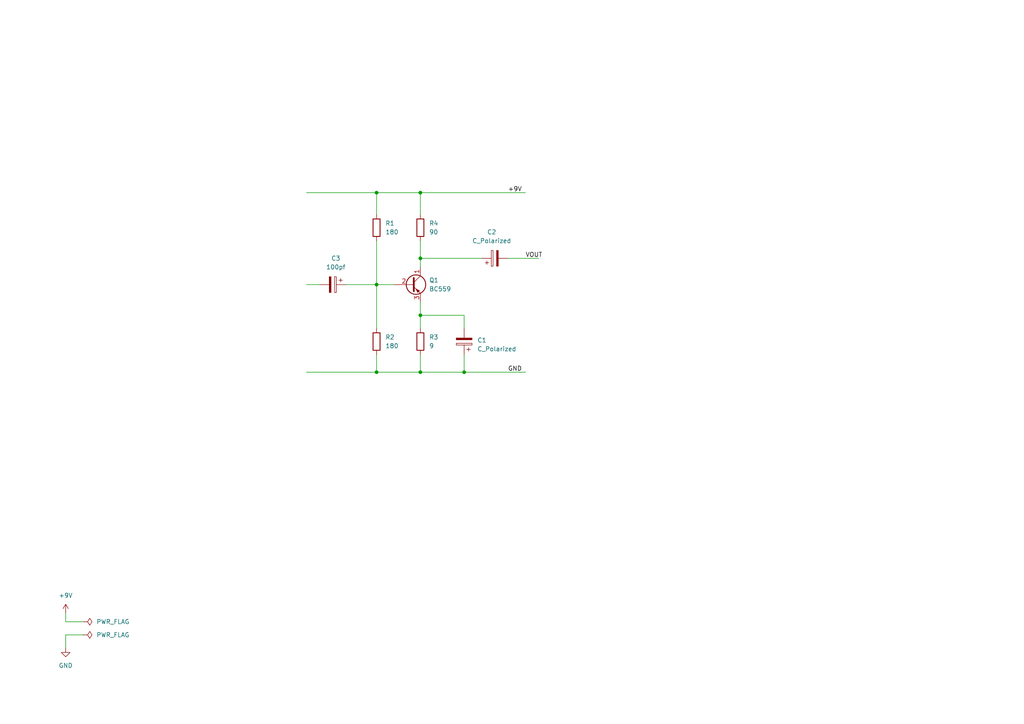
<source format=kicad_sch>
(kicad_sch (version 20231120) (generator "eeschema") (generator_version "8.0")
  (paper "A4")
  (title_block (title "Simple Amplifier") (comment 3 "Input levels 50-250 millivolt. Output should be buffered line level 1v maximum.") (comment 4 "A simple amplifier that can be used for a bass guitar. Active EQ for low, mid and high."))
  (lib_symbols
    (symbol "Device:C_Polarized" (pin_numbers hide) (pin_names (offset 0.254))
      (property "Reference" "C" (at 0.635 2.54 0))
      (property "Value" "C_Polarized" (at 0.635 -2.54 0))
      (symbol "C_Polarized_0_1"
        (rectangle (start -2.286 0.508) (end 2.286 1.016))
        (polyline (pts (xy -1.778 2.286) (xy -0.762 2.286)))
        (polyline (pts (xy -1.27 2.794) (xy -1.27 1.778)))
        (rectangle (start 2.286 -0.508) (end -2.286 -1.016) (fill (type outline)))
      )
      (symbol "C_Polarized_1_1"
        (pin passive line (at 0 3.81 270) (length 2.794) (name "~") (number "1"))
        (pin passive line (at 0 -3.81 90) (length 2.794) (name "~") (number "2"))
      )
    )
    (symbol "Device:R" (pin_numbers hide) (pin_names (offset 0))
      (property "Reference" "R" (at 2.032 0 90))
      (property "Value" "R" (at 0 0 90))
      (symbol "R_0_1"
        (rectangle (start -1.016 -2.54) (end 1.016 2.54) (stroke (width 0.254)))
      )
      (symbol "R_1_1"
        (pin passive line (at 0 3.81 270) (length 1.27) (name "~") (number "1"))
        (pin passive line (at 0 -3.81 90) (length 1.27) (name "~") (number "2"))
      )
    )
    (symbol "Transistor_BJT:BC559" (pin_names (offset 0) hide)
      (property "Reference" "Q" (at 5.08 1.905 0))
      (property "Value" "BC559" (at 5.08 0 0))
      (symbol "BC559_0_1"
        (polyline (pts (xy 0.635 0.635) (xy 2.54 2.54)))
        (polyline (pts (xy 0.635 -0.635) (xy 2.54 -2.54) (xy 2.54 -2.54)))
        (polyline (pts (xy 0.635 1.905) (xy 0.635 -1.905) (xy 0.635 -1.905)) (stroke (width 0.508)))
        (polyline (pts (xy 2.286 -1.778) (xy 1.778 -2.286) (xy 1.27 -1.27) (xy 2.286 -1.778) (xy 2.286 -1.778)) (fill (type outline)))
        (circle (center 1.27 0) (radius 2.8194) (stroke (width 0.254)))
      )
      (symbol "BC559_1_1"
        (pin passive line (at 2.54 5.08 270) (length 2.54) (name "C") (number "1"))
        (pin input line (at -5.08 0 0) (length 5.715) (name "B") (number "2"))
        (pin passive line (at 2.54 -5.08 90) (length 2.54) (name "E") (number "3"))
      )
    )
    (symbol "power:+9V" (power) (pin_numbers hide) (pin_names (offset 0) hide)
      (property "Value" "+9V" (at 0 3.556 0))
      (symbol "+9V_0_1"
        (polyline (pts (xy -0.762 1.27) (xy 0 2.54)))
        (polyline (pts (xy 0 0) (xy 0 2.54)))
        (polyline (pts (xy 0 2.54) (xy 0.762 1.27)))
      )
      (symbol "+9V_1_1"
        (pin power_in line (at 0 0 90) (length 0) (name "~") (number "1"))
      )
    )
    (symbol "power:GND" (power) (pin_numbers hide) (pin_names (offset 0) hide)
      (property "Value" "GND" (at 0 -3.81 0))
      (symbol "GND_0_1"
        (polyline (pts (xy 0 0) (xy 0 -1.27) (xy 1.27 -1.27) (xy 0 -2.54) (xy -1.27 -1.27) (xy 0 -1.27)))
      )
      (symbol "GND_1_1"
        (pin power_in line (at 0 0 270) (length 0) (name "~") (number "1"))
      )
    )
    (symbol "power:PWR_FLAG" (power) (pin_numbers hide) (pin_names (offset 0) hide)
      (property "Value" "PWR_FLAG" (at 0 3.81 0))
      (symbol "PWR_FLAG_0_0"
        (pin power_out line (at 0 0 90) (length 0) (name "~") (number "1"))
      )
      (symbol "PWR_FLAG_0_1"
        (polyline (pts (xy 0 0) (xy 0 1.27) (xy -1.016 1.905) (xy 0 2.54) (xy 1.016 1.905) (xy 0 1.27)))
      )
    )
  )
  (junction (at 134.62 107.95))
  (junction (at 121.92 74.93))
  (junction (at 121.92 55.88))
  (junction (at 121.92 107.95))
  (junction (at 109.22 55.88))
  (junction (at 109.22 82.55))
  (junction (at 109.22 107.95))
  (junction (at 121.92 91.44))
  (wire (pts (xy 121.92 55.88) (xy 152.4 55.88)))
  (wire (pts (xy 109.22 55.88) (xy 109.22 62.23)))
  (wire (pts (xy 19.05 177.8) (xy 19.05 180.34)))
  (wire (pts (xy 109.22 82.55) (xy 109.22 95.25)))
  (wire (pts (xy 19.05 184.15) (xy 24.13 184.15)))
  (wire (pts (xy 88.9 107.95) (xy 109.22 107.95)))
  (wire (pts (xy 121.92 102.87) (xy 121.92 107.95)))
  (wire (pts (xy 121.92 74.93) (xy 121.92 77.47)))
  (wire (pts (xy 121.92 69.85) (xy 121.92 74.93)))
  (wire (pts (xy 88.9 55.88) (xy 109.22 55.88)))
  (wire (pts (xy 109.22 107.95) (xy 121.92 107.95)))
  (wire (pts (xy 121.92 55.88) (xy 121.92 62.23)))
  (wire (pts (xy 109.22 55.88) (xy 121.92 55.88)))
  (wire (pts (xy 19.05 184.15) (xy 19.05 187.96)))
  (wire (pts (xy 121.92 74.93) (xy 139.7 74.93)))
  (wire (pts (xy 88.9 82.55) (xy 92.71 82.55)))
  (wire (pts (xy 121.92 91.44) (xy 121.92 95.25)))
  (wire (pts (xy 134.62 102.87) (xy 134.62 107.95)))
  (wire (pts (xy 19.05 180.34) (xy 24.13 180.34)))
  (wire (pts (xy 121.92 107.95) (xy 134.62 107.95)))
  (wire (pts (xy 100.33 82.55) (xy 109.22 82.55)))
  (wire (pts (xy 147.32 74.93) (xy 156.21 74.93)))
  (wire (pts (xy 134.62 107.95) (xy 152.4 107.95)))
  (wire (pts (xy 109.22 82.55) (xy 114.3 82.55)))
  (wire (pts (xy 109.22 102.87) (xy 109.22 107.95)))
  (wire (pts (xy 121.92 87.63) (xy 121.92 91.44)))
  (wire (pts (xy 121.92 91.44) (xy 134.62 91.44)))
  (wire (pts (xy 134.62 91.44) (xy 134.62 95.25)))
  (wire (pts (xy 109.22 69.85) (xy 109.22 82.55)))
  (label "VOUT" (at 152.4 74.93 0))
  (label "GND" (at 147.32 107.95 0))
  (label "+9V" (at 147.32 55.88 0))
  (symbol (lib_id "Device:R") (at 121.92 99.06 0) (unit 1)
    (property "Reference" "R3" (at 124.46 97.7899 0) (effects (justify left)))
    (property "Value" "9" (at 124.46 100.3299 0) (effects (justify left)))
    (property "Description" "Resistor" (effects (hide yes)))
  )
  (symbol (lib_id "power:PWR_FLAG") (at 24.13 180.34 270) (unit 1)
    (property "Reference" "#FLG01" (effects (hide yes)))
    (property "Value" "PWR_FLAG" (at 27.94 180.3399 90) (effects (justify left)))
    (property "Description" "Special symbol for telling ERC where power comes from" (effects (hide yes)))
  )
  (symbol (lib_id "Device:R") (at 109.22 66.04 0) (unit 1)
    (property "Reference" "R1" (at 111.76 64.7699 0) (effects (justify left)))
    (property "Value" "180" (at 111.76 67.3099 0) (effects (justify left)))
    (property "Description" "Resistor" (effects (hide yes)))
  )
  (symbol (lib_id "Transistor_BJT:BC559") (at 119.38 82.55 0) (unit 1)
    (property "Reference" "Q1" (at 124.46 81.2799 0) (effects (justify left)))
    (property "Value" "BC559" (at 124.46 83.8199 0) (effects (justify left)))
    (property "Footprint" "Package_TO_SOT_THT:TO-92_Inline" (effects (hide yes)))
    (property "Datasheet" "https://www.onsemi.com/pub/Collateral/BC556BTA-D.pdf" (effects (hide yes)))
    (property "Description" "0.1A Ic, 30V Vce, PNP Small Signal Transistor, TO-92" (effects (hide yes)))
  )
  (symbol (lib_id "Device:R") (at 109.22 99.06 0) (unit 1)
    (property "Reference" "R2" (at 111.76 97.7899 0) (effects (justify left)))
    (property "Value" "180" (at 111.76 100.3299 0) (effects (justify left)))
    (property "Description" "Resistor" (effects (hide yes)))
  )
  (symbol (lib_id "Device:C_Polarized") (at 96.52 82.55 270) (unit 1)
    (property "Reference" "C3" (at 97.409 74.93 90))
    (property "Value" "100pf" (at 97.409 77.47 90))
    (property "Description" "Polarized capacitor" (effects (hide yes)))
  )
  (symbol (lib_id "power:GND") (at 19.05 187.96 0) (unit 1)
    (property "Reference" "#PWR02" (effects (hide yes)))
    (property "Value" "GND" (at 19.05 193.04 0))
    (property "Description" "Power symbol creates a global label with name \"GND\" , ground" (effects (hide yes)))
  )
  (symbol (lib_id "power:PWR_FLAG") (at 24.13 184.15 270) (unit 1)
    (property "Reference" "#FLG02" (effects (hide yes)))
    (property "Value" "PWR_FLAG" (at 27.94 184.1499 90) (effects (justify left)))
    (property "Description" "Special symbol for telling ERC where power comes from" (effects (hide yes)))
  )
  (symbol (lib_id "Device:C_Polarized") (at 134.62 99.06 180) (unit 1)
    (property "Reference" "C1" (at 138.43 98.6789 0) (effects (justify right)))
    (property "Value" "C_Polarized" (at 138.43 101.2189 0) (effects (justify right)))
    (property "Description" "Polarized capacitor" (effects (hide yes)))
  )
  (symbol (lib_id "Device:C_Polarized") (at 143.51 74.93 90) (unit 1)
    (property "Reference" "C2" (at 142.621 67.31 90))
    (property "Value" "C_Polarized" (at 142.621 69.85 90))
    (property "Description" "Polarized capacitor" (effects (hide yes)))
  )
  (symbol (lib_id "power:+9V") (at 19.05 177.8 0) (unit 1)
    (property "Reference" "#PWR01" (effects (hide yes)))
    (property "Value" "+9V" (at 19.05 172.72 0))
    (property "Description" "Power symbol creates a global label with name \"+9V\"" (effects (hide yes)))
  )
  (symbol (lib_id "Device:R") (at 121.92 66.04 0) (unit 1)
    (property "Reference" "R4" (at 124.46 64.7699 0) (effects (justify left)))
    (property "Value" "90" (at 124.46 67.3099 0) (effects (justify left)))
    (property "Description" "Resistor" (effects (hide yes)))
  )
)
</source>
